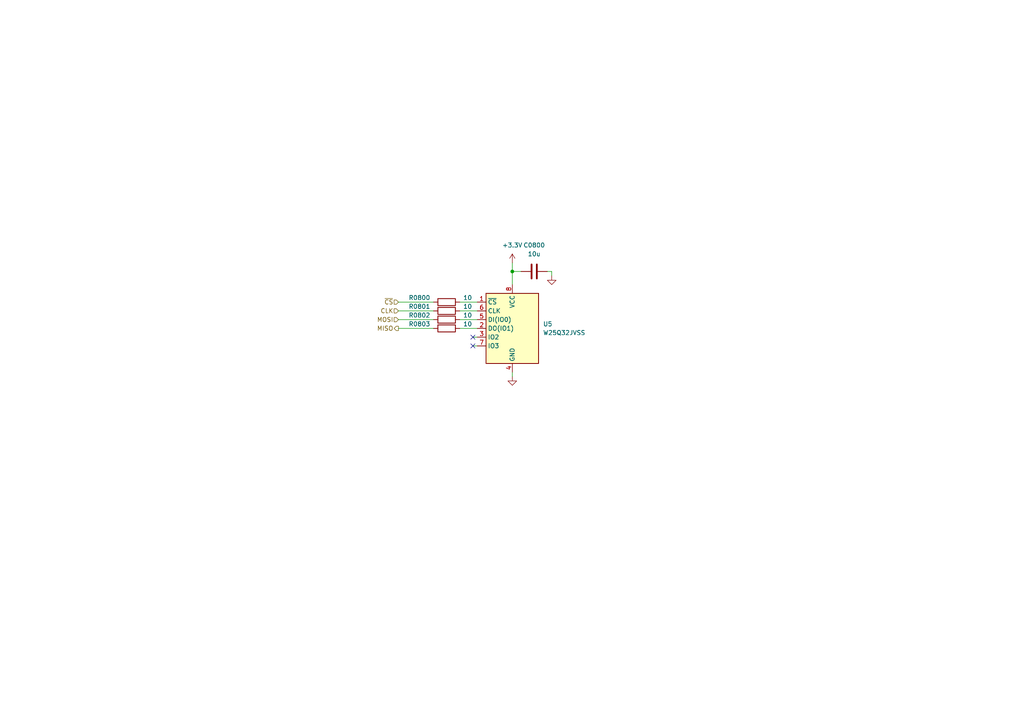
<source format=kicad_sch>
(kicad_sch (version 20250114) (generator "eeschema") (generator_version "9.0")
  (paper "A4")
  (title_block (date "2025-02-28") (company "Филимонов и К") (comment 1 "Модуль памяти") (comment 2 "Филимонов С.В.") (comment 3 "Семеренко Д.А.") (comment 4 "Тищенко Л.А."))
  (lib_symbols
    (symbol "Device:C" (pin_numbers (hide yes)) (pin_names (offset 0.254))
      (property "Reference" "C" (at 0.635 2.54 0))
      (property "Value" "C" (at 0.635 -2.54 0))
      (symbol "C_0_1"
        (polyline (pts (xy -2.032 0.762) (xy 2.032 0.762)) (stroke (width 0.508)))
        (polyline (pts (xy -2.032 -0.762) (xy 2.032 -0.762)) (stroke (width 0.508)))
      )
      (symbol "C_1_1"
        (pin passive line (at 0 3.81 270) (length 2.794) (name "~") (number "1"))
        (pin passive line (at 0 -3.81 90) (length 2.794) (name "~") (number "2"))
      )
    )
    (symbol "Device:R" (pin_numbers (hide yes)) (pin_names (offset 0))
      (property "Reference" "R" (at 2.032 0 90))
      (property "Value" "R" (at 0 0 90))
      (symbol "R_0_1"
        (rectangle (start -1.016 -2.54) (end 1.016 2.54) (stroke (width 0.254)))
      )
      (symbol "R_1_1"
        (pin passive line (at 0 3.81 270) (length 1.27) (name "~") (number "1"))
        (pin passive line (at 0 -3.81 90) (length 1.27) (name "~") (number "2"))
      )
    )
    (symbol "Memory_Flash:W25Q32JVSS"
      (property "Reference" "U" (at -6.35 11.43 0))
      (property "Value" "W25Q32JVSS" (at 7.62 11.43 0))
      (symbol "W25Q32JVSS_0_1"
        (rectangle (start -7.62 10.16) (end 7.62 -10.16) (stroke (width 0.254)) (fill (type background)))
      )
      (symbol "W25Q32JVSS_1_1"
        (pin input line (at -10.16 7.62 0) (length 2.54) (name "~{CS}") (number "1"))
        (pin input line (at -10.16 5.08 0) (length 2.54) (name "CLK") (number "6"))
        (pin bidirectional line (at -10.16 2.54 0) (length 2.54) (name "DI(IO0)") (number "5"))
        (pin bidirectional line (at -10.16 0 0) (length 2.54) (name "DO(IO1)") (number "2"))
        (pin bidirectional line (at -10.16 -2.54 0) (length 2.54) (name "IO2") (number "3"))
        (pin bidirectional line (at -10.16 -5.08 0) (length 2.54) (name "IO3") (number "7"))
        (pin power_in line (at 0 12.7 270) (length 2.54) (name "VCC") (number "8"))
        (pin power_in line (at 0 -12.7 90) (length 2.54) (name "GND") (number "4"))
      )
    )
    (symbol "power:+3.3V" (power) (pin_numbers (hide yes)) (pin_names (offset 0) (hide yes))
      (property "Value" "+3.3V" (at 0 3.556 0))
      (symbol "+3.3V_0_1"
        (polyline (pts (xy -0.762 1.27) (xy 0 2.54)))
        (polyline (pts (xy 0 2.54) (xy 0.762 1.27)))
        (polyline (pts (xy 0 0) (xy 0 2.54)))
      )
      (symbol "+3.3V_1_1"
        (pin power_in line (at 0 0 90) (length 0) (name "~") (number "1"))
      )
    )
    (symbol "power:GND" (power) (pin_numbers (hide yes)) (pin_names (offset 0) (hide yes))
      (property "Value" "GND" (at 0 -3.81 0))
      (symbol "GND_0_1"
        (polyline (pts (xy 0 0) (xy 0 -1.27) (xy 1.27 -1.27) (xy 0 -2.54) (xy -1.27 -1.27) (xy 0 -1.27)))
      )
      (symbol "GND_1_1"
        (pin power_in line (at 0 0 270) (length 0) (name "~") (number "1"))
      )
    )
  )
  (junction (at 148.59 78.74))
  (no_connect (at 137.16 97.79))
  (no_connect (at 137.16 100.33))
  (wire (pts (xy 148.59 78.74) (xy 151.13 78.74)))
  (wire (pts (xy 148.59 107.95) (xy 148.59 109.22)))
  (wire (pts (xy 148.59 78.74) (xy 148.59 82.55)))
  (wire (pts (xy 133.35 87.63) (xy 138.43 87.63)))
  (wire (pts (xy 133.35 95.25) (xy 138.43 95.25)))
  (wire (pts (xy 115.57 95.25) (xy 125.73 95.25)))
  (wire (pts (xy 137.16 97.79) (xy 138.43 97.79)))
  (wire (pts (xy 115.57 87.63) (xy 125.73 87.63)))
  (wire (pts (xy 133.35 92.71) (xy 138.43 92.71)))
  (wire (pts (xy 160.02 78.74) (xy 158.75 78.74)))
  (wire (pts (xy 115.57 90.17) (xy 125.73 90.17)))
  (wire (pts (xy 137.16 100.33) (xy 138.43 100.33)))
  (wire (pts (xy 160.02 80.01) (xy 160.02 78.74)))
  (wire (pts (xy 148.59 76.2) (xy 148.59 78.74)))
  (wire (pts (xy 115.57 92.71) (xy 125.73 92.71)))
  (wire (pts (xy 133.35 90.17) (xy 138.43 90.17)))
  (hierarchical_label "~{CS}" (shape input) (at 115.57 87.63 180))
  (hierarchical_label "MISO" (shape output) (at 115.57 95.25 180))
  (hierarchical_label "MOSI" (shape input) (at 115.57 92.71 180))
  (hierarchical_label "CLK" (shape input) (at 115.57 90.17 180))
  (symbol (lib_id "power:GND") (at 148.59 109.22 0) (unit 1)
    (property "Reference" "#PWR0229" (effects (hide yes)))
    (property "Value" "GND" (effects (hide yes)))
    (property "Description" "Power symbol creates a global label with name \"GND\" , ground" (effects (hide yes)))
  )
  (symbol (lib_id "Device:R") (at 129.54 90.17 90) (unit 1)
    (property "Reference" "R0801" (at 121.666 88.9 90))
    (property "Value" "10" (at 135.636 88.9 90))
    (property "Footprint" "Resistor_SMD:R_0805_2012Metric" (effects (hide yes)))
    (property "Description" "Resistor" (effects (hide yes)))
  )
  (symbol (lib_id "Memory_Flash:W25Q32JVSS") (at 148.59 95.25 0) (unit 1)
    (property "Reference" "U5" (at 157.48 93.9799 0) (effects (justify left)))
    (property "Value" "W25Q32JVSS" (at 157.48 96.5199 0) (effects (justify left)))
    (property "Footprint" "Package_SO:SOIC-8_5.3x5.3mm_P1.27mm" (effects (hide yes)))
    (property "Datasheet" "http://www.winbond.com/resource-files/w25q32jv%20revg%2003272018%20plus.pdf" (effects (hide yes)))
    (property "Description" "32Mb Serial Flash Memory, Standard/Dual/Quad SPI, SOIC-8" (effects (hide yes)))
  )
  (symbol (lib_id "Device:R") (at 129.54 87.63 90) (unit 1)
    (property "Reference" "R0800" (at 121.666 86.36 90))
    (property "Value" "10" (at 135.636 86.36 90))
    (property "Footprint" "Resistor_SMD:R_0805_2012Metric" (effects (hide yes)))
    (property "Description" "Resistor" (effects (hide yes)))
  )
  (symbol (lib_id "Device:R") (at 129.54 95.25 90) (unit 1)
    (property "Reference" "R0803" (at 121.666 93.98 90))
    (property "Value" "10" (at 135.636 93.98 90))
    (property "Footprint" "Resistor_SMD:R_0805_2012Metric" (effects (hide yes)))
    (property "Description" "Resistor" (effects (hide yes)))
  )
  (symbol (lib_id "power:+3.3V") (at 148.59 76.2 0) (unit 1)
    (property "Reference" "#PWR0228" (effects (hide yes)))
    (property "Value" "+3.3V" (at 148.59 71.12 0))
    (property "Description" "Power symbol creates a global label with name \"+3.3V\"" (effects (hide yes)))
  )
  (symbol (lib_id "Device:C") (at 154.94 78.74 270) (unit 1)
    (property "Reference" "C0800" (at 154.94 71.12 90))
    (property "Value" "10u" (at 154.94 73.66 90))
    (property "Footprint" "Capacitor_SMD:C_0805_2012Metric" (effects (hide yes)))
    (property "Description" "Unpolarized capacitor" (effects (hide yes)))
  )
  (symbol (lib_id "Device:R") (at 129.54 92.71 90) (unit 1)
    (property "Reference" "R0802" (at 121.666 91.44 90))
    (property "Value" "10" (at 135.636 91.44 90))
    (property "Footprint" "Resistor_SMD:R_0805_2012Metric" (effects (hide yes)))
    (property "Description" "Resistor" (effects (hide yes)))
  )
  (symbol (lib_id "power:GND") (at 160.02 80.01 0) (unit 1)
    (property "Reference" "#PWR0230" (effects (hide yes)))
    (property "Value" "GND" (effects (hide yes)))
    (property "Description" "Power symbol creates a global label with name \"GND\" , ground" (effects (hide yes)))
  )
)
</source>
